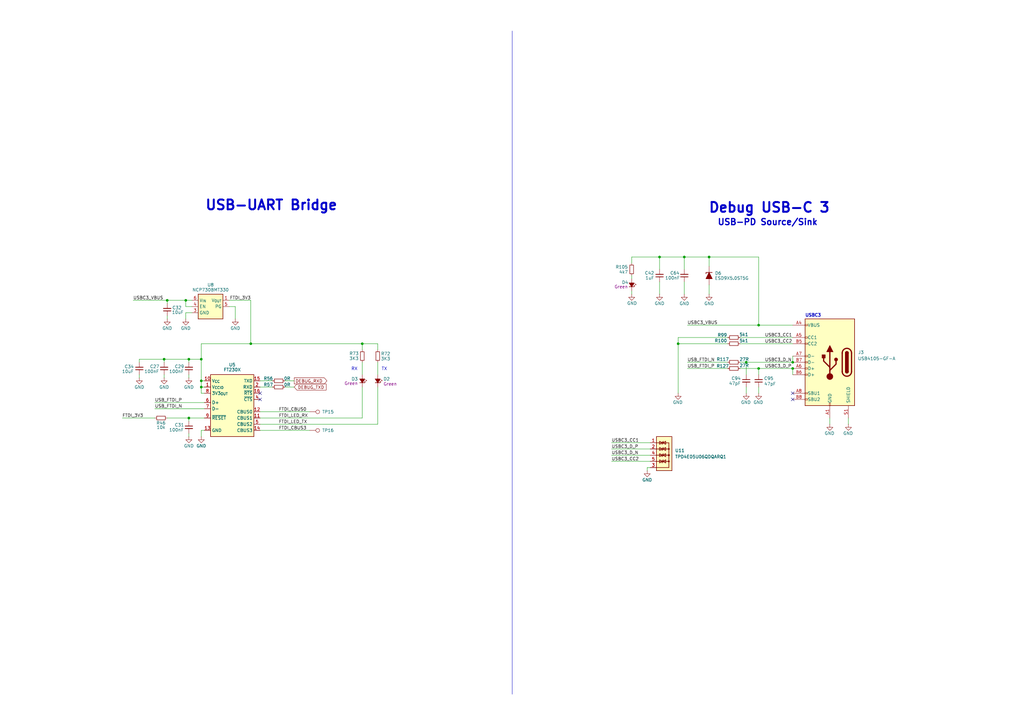
<source format=kicad_sch>
(kicad_sch (version 20231120) (generator "eeschema") (generator_version "8.0")
  (paper "A3")
  (title_block (title "Jetson Carrier Board") (date "2024-07-05") (rev "v1") (company "Argus-1 Cubesat") (comment 1 "www.antmicro.com") (comment 2 "N. Khera"))
  (lib_symbols
    (symbol "Connector:TestPoint" (pin_numbers hide) (pin_names (offset 0.762) hide)
      (property "Reference" "TP" (at 0 6.858 0))
      (property "Value" "TestPoint" (at 0 5.08 0))
      (symbol "TestPoint_1_1"
        (pin passive line (at 0 0 90) (length 2.54) (name "1") (number "1"))
      )
    )
    (symbol "Connector:USB_C_Receptacle_USB2.0_16P" (pin_names (offset 1.016))
      (property "Reference" "J" (at 0 22.225 0))
      (property "Value" "USB_C_Receptacle_USB2.0_16P" (at 0 19.685 0))
      (symbol "USB_C_Receptacle_USB2.0_16P_1_1"
        (pin passive line (at 0 -22.86 90) (length 5.08) (name "GND") (number "A1"))
        (pin passive line (at 0 -22.86 90) (length 5.08) hide (name "GND") (number "A12"))
        (pin passive line (at 15.24 15.24 180) (length 5.08) (name "VBUS") (number "A4"))
        (pin bidirectional line (at 15.24 10.16 180) (length 5.08) (name "CC1") (number "A5"))
        (pin bidirectional line (at 15.24 -2.54 180) (length 5.08) (name "D+") (number "A6"))
        (pin bidirectional line (at 15.24 2.54 180) (length 5.08) (name "D-") (number "A7"))
        (pin bidirectional line (at 15.24 -12.7 180) (length 5.08) (name "SBU1") (number "A8"))
        (pin passive line (at 15.24 15.24 180) (length 5.08) hide (name "VBUS") (number "A9"))
        (pin passive line (at 0 -22.86 90) (length 5.08) hide (name "GND") (number "B1"))
        (pin passive line (at 0 -22.86 90) (length 5.08) hide (name "GND") (number "B12"))
        (pin passive line (at 15.24 15.24 180) (length 5.08) hide (name "VBUS") (number "B4"))
        (pin bidirectional line (at 15.24 7.62 180) (length 5.08) (name "CC2") (number "B5"))
        (pin bidirectional line (at 15.24 -5.08 180) (length 5.08) (name "D+") (number "B6"))
        (pin bidirectional line (at 15.24 0 180) (length 5.08) (name "D-") (number "B7"))
        (pin bidirectional line (at 15.24 -15.24 180) (length 5.08) (name "SBU2") (number "B8"))
        (pin passive line (at 15.24 15.24 180) (length 5.08) hide (name "VBUS") (number "B9"))
        (pin passive line (at -7.62 -22.86 90) (length 5.08) (name "SHIELD") (number "S1"))
      )
    )
    (symbol "Device:C_Small" (pin_numbers hide) (pin_names (offset 0.254) hide)
      (property "Reference" "C" (at 0.254 1.778 0))
      (property "Value" "C_Small" (at 0.254 -2.032 0))
      (symbol "C_Small_1_1"
        (pin passive line (at 0 2.54 270) (length 2.032) (name "~") (number "1"))
        (pin passive line (at 0 -2.54 90) (length 2.032) (name "~") (number "2"))
      )
    )
    (symbol "Device:D_Zener_Filled" (pin_numbers hide) (pin_names (offset 1.016) hide)
      (property "Reference" "D" (at 0 2.54 0))
      (property "Value" "D_Zener_Filled" (at 0 -2.54 0))
      (symbol "D_Zener_Filled_1_1"
        (pin passive line (at -3.81 0 0) (length 2.54) (name "K") (number "1"))
        (pin passive line (at 3.81 0 180) (length 2.54) (name "A") (number "2"))
      )
    )
    (symbol "Device:LED_Small_Filled" (pin_numbers hide) (pin_names (offset 0.254) hide)
      (property "Reference" "D" (at -1.27 3.175 0))
      (property "Value" "LED_Small_Filled" (at -4.445 -2.54 0))
      (symbol "LED_Small_Filled_1_1"
        (pin passive line (at -2.54 0 0) (length 1.778) (name "K") (number "1"))
        (pin passive line (at 2.54 0 180) (length 1.778) (name "A") (number "2"))
      )
    )
    (symbol "Device:R_Small" (pin_numbers hide) (pin_names (offset 0.254) hide)
      (property "Reference" "R" (at 0.762 0.508 0))
      (property "Value" "R_Small" (at 0.762 -1.016 0))
      (symbol "R_Small_1_1"
        (pin passive line (at 0 2.54 270) (length 0.762) (name "~") (number "1"))
        (pin passive line (at 0 -2.54 90) (length 0.762) (name "~") (number "2"))
      )
    )
    (symbol "JetsonCarrier:FT230XQ"
      (property "Reference" "U5" (at 11.43 6.604 0))
      (property "Value" "FT230X" (at 11.43 4.572 0))
      (symbol "FT230XQ_1_1"
        (pin power_in line (at 0 -2.54 0) (length 2.54) (name "V_{CCIO}") (number "1"))
        (pin power_in line (at 0 0 0) (length 2.54) (name "V_{CC}") (number "10"))
        (pin bidirectional line (at 22.86 -15.24 180) (length 2.54) (name "CBUS1") (number "11"))
        (pin bidirectional line (at 22.86 -12.7 180) (length 2.54) (name "CBUS0") (number "12"))
        (pin power_in line (at 0 -20.32 0) (length 2.54) (name "GND") (number "13"))
        (pin bidirectional line (at 22.86 -20.32 180) (length 2.54) (name "CBUS3") (number "14"))
        (pin output line (at 22.86 0 180) (length 2.54) (name "TXD") (number "15"))
        (pin output line (at 22.86 -5.08 180) (length 2.54) (name "~{RTS}") (number "16"))
        (pin passive line (at 0 -20.32 0) (length 2.54) hide (name "GND") (number "17"))
        (pin input line (at 22.86 -2.54 180) (length 2.54) (name "RXD") (number "2"))
        (pin passive line (at 0 -20.32 0) (length 2.54) hide (name "GND") (number "3"))
        (pin input line (at 22.86 -7.62 180) (length 2.54) (name "~{CTS}") (number "4"))
        (pin bidirectional line (at 22.86 -17.78 180) (length 2.54) (name "CBUS2") (number "5"))
        (pin input line (at 0 -8.89 0) (length 2.54) (name "D+") (number "6"))
        (pin input line (at 0 -11.43 0) (length 2.54) (name "D-") (number "7"))
        (pin passive line (at 0 -5.08 0) (length 2.54) (name "3V3_{OUT}") (number "8"))
        (pin input line (at 0 -15.24 0) (length 2.54) (name "~{RESET}") (number "9"))
      )
    )
    (symbol "JetsonCarrier:NCP730BMT330"
      (property "Reference" "U8" (at 7.62 7.62 0))
      (property "MPN" "NCP730BMT330TBG" (at 7.62 5.08 0))
      (symbol "NCP730BMT330_1_1"
        (pin power_out line (at 15.24 0 180) (length 2.54) (name "V_{OUT}") (number "1"))
        (pin no_connect line (at 12.7 -5.08 180) (length 2.54) hide (name "NC") (number "2"))
        (pin power_in line (at 0 -5.08 0) (length 2.54) (name "GND") (number "3"))
        (pin input line (at 0 -2.54 0) (length 2.54) (name "EN") (number "4"))
        (pin open_collector line (at 15.24 -2.54 180) (length 2.54) (name "PG") (number "5"))
        (pin power_in line (at 0 0 0) (length 2.54) (name "V_{IN}") (number "6"))
        (pin passive line (at 0 -5.08 0) (length 2.54) hide (name "GND") (number "7"))
      )
    )
    (symbol "JetsonCarrier:TPD4E05U06QDQARQ1"
      (property "Reference" "U11" (at 10.795 -3.175 0))
      (property "Value" "TPD4E05U06QDQARQ1" (at 10.795 -5.715 0))
      (symbol "TPD4E05U06QDQARQ1_1_1"
        (pin passive line (at 0 0 0) (length 2.54) (name "~") (number "1"))
        (pin passive line (at 0 0 0) (length 2.54) hide (name "~") (number "10"))
        (pin passive line (at 0 -2.54 0) (length 2.54) (name "~") (number "2"))
        (pin power_in line (at 0 -10.16 0) (length 2.54) (name "~") (number "3"))
        (pin passive line (at 0 -5.08 0) (length 2.54) (name "~") (number "4"))
        (pin passive line (at 0 -7.62 0) (length 2.54) (name "~") (number "5"))
        (pin passive line (at 0 -7.62 0) (length 2.54) hide (name "~") (number "6"))
        (pin passive line (at 0 -5.08 0) (length 2.54) hide (name "~") (number "7"))
        (pin passive line (at 0 -10.16 0) (length 2.54) hide (name "~") (number "8"))
        (pin passive line (at 0 -2.54 0) (length 2.54) hide (name "~") (number "9"))
      )
    )
    (symbol "jetson-orin-baseboard:4x0R_0201_array_1" (pin_names (offset 1.016))
      (property "Reference" "R" (at -5.08 13.97 0))
      (property "Val" "4x0R_0201" (at 0 0 0))
      (symbol "4x0R_0201_array_1_1_1"
        (pin passive line (at -5.08 10.16 0) (length 1.27) (name "~") (number "1"))
        (pin passive line (at -5.08 7.62 0) (length 1.27) (name "~") (number "2"))
        (pin passive line (at -5.08 5.08 0) (length 1.27) (name "~") (number "3"))
        (pin passive line (at -5.08 2.54 0) (length 1.27) (name "~") (number "4"))
        (pin passive line (at 3.81 2.54 180) (length 1.27) (name "~") (number "5"))
        (pin passive line (at 3.81 5.08 180) (length 1.27) (name "~") (number "6"))
        (pin passive line (at 3.81 7.62 180) (length 1.27) (name "~") (number "7"))
        (pin passive line (at 3.81 10.16 180) (length 1.27) (name "~") (number "8"))
      )
    )
    (symbol "jetson-orin-baseboard:4x0R_0201_array_2" (pin_names (offset 1.016))
      (property "Reference" "R" (at -5.08 13.97 0))
      (property "Val" "4x0R_0201" (at 0 0 0))
      (symbol "4x0R_0201_array_2_1_1"
        (pin passive line (at -5.08 10.16 0) (length 1.27) (name "~") (number "1"))
        (pin passive line (at -5.08 7.62 0) (length 1.27) (name "~") (number "2"))
        (pin passive line (at -5.08 5.08 0) (length 1.27) (name "~") (number "3"))
        (pin passive line (at -5.08 2.54 0) (length 1.27) (name "~") (number "4"))
        (pin passive line (at 3.81 2.54 180) (length 1.27) (name "~") (number "5"))
        (pin passive line (at 3.81 5.08 180) (length 1.27) (name "~") (number "6"))
        (pin passive line (at 3.81 7.62 180) (length 1.27) (name "~") (number "7"))
        (pin passive line (at 3.81 10.16 180) (length 1.27) (name "~") (number "8"))
      )
    )
    (symbol "jetson-orin-baseboard:AP22615_1"
      (property "Reference" "U" (at 0 8.89 0))
      (property "Value" "AP22615_1" (at 0 6.35 0))
      (symbol "AP22615_1_1_1"
        (pin power_out line (at 7.62 2.54 180) (length 2.54) (name "OUT") (number "1"))
        (pin power_in line (at 7.62 -2.54 180) (length 2.54) (name "GND") (number "2"))
        (pin output line (at -7.62 0 0) (length 2.54) (name "FLG") (number "3"))
        (pin input line (at -7.62 -2.54 0) (length 2.54) (name "EN") (number "4"))
        (pin passive line (at 7.62 0 180) (length 2.54) (name "ISET") (number "5"))
        (pin power_in line (at -7.62 2.54 0) (length 2.54) (name "IN") (number "6"))
      )
    )
    (symbol "jetson-orin-baseboard:GND_10" (power) (pin_numbers hide) (pin_names hide)
      (property "Reference" "#PWR" (at 8.89 -2.54 0))
      (symbol "GND_10_1_1"
        (pin power_in line (at 0 0 270) (length 0) (name "GND") (number "1"))
      )
    )
    (symbol "jetson-orin-baseboard:GND_11" (power) (pin_numbers hide) (pin_names hide)
      (property "Reference" "#PWR" (at 8.89 -2.54 0))
      (symbol "GND_11_1_1"
        (pin power_in line (at 0 0 270) (length 0) (name "GND") (number "1"))
      )
    )
    (symbol "jetson-orin-baseboard:GND_12" (power) (pin_numbers hide) (pin_names hide)
      (property "Reference" "#PWR" (at 8.89 -2.54 0))
      (symbol "GND_12_1_1"
        (pin power_in line (at 0 0 270) (length 0) (name "GND") (number "1"))
      )
    )
    (symbol "jetson-orin-baseboard:GND_13" (power) (pin_numbers hide) (pin_names hide)
      (property "Reference" "#PWR" (at 8.89 -2.54 0))
      (symbol "GND_13_1_1"
        (pin power_in line (at 0 0 270) (length 0) (name "GND") (number "1"))
      )
    )
    (symbol "jetson-orin-baseboard:GND_14" (power) (pin_numbers hide) (pin_names hide)
      (property "Reference" "#PWR" (at 8.89 -2.54 0))
      (symbol "GND_14_1_1"
        (pin power_in line (at 0 0 270) (length 0) (name "GND") (number "1"))
      )
    )
    (symbol "jetson-orin-baseboard:GND_15" (power) (pin_numbers hide) (pin_names hide)
      (property "Reference" "#PWR" (at 8.89 -2.54 0))
      (symbol "GND_15_1_1"
        (pin power_in line (at 0 0 270) (length 0) (name "GND") (number "1"))
      )
    )
    (symbol "jetson-orin-baseboard:GND_16" (power) (pin_numbers hide) (pin_names hide)
      (property "Reference" "#PWR" (at 8.89 -2.54 0))
      (symbol "GND_16_1_1"
        (pin power_in line (at 0 0 270) (length 0) (name "GND") (number "1"))
      )
    )
    (symbol "jetson-orin-baseboard:GND_17" (power) (pin_numbers hide) (pin_names hide)
      (property "Reference" "#PWR" (at 8.89 -2.54 0))
      (symbol "GND_17_1_1"
        (pin power_in line (at 0 0 270) (length 0) (name "GND") (number "1"))
      )
    )
    (symbol "jetson-orin-baseboard:GND_18" (power) (pin_numbers hide) (pin_names hide)
      (property "Reference" "#PWR" (at 8.89 -2.54 0))
      (symbol "GND_18_1_1"
        (pin power_in line (at 0 0 270) (length 0) (name "GND") (number "1"))
      )
    )
    (symbol "jetson-orin-baseboard:GND_19" (power) (pin_numbers hide) (pin_names hide)
      (property "Reference" "#PWR" (at 8.89 -2.54 0))
      (symbol "GND_19_1_1"
        (pin power_in line (at 0 0 270) (length 0) (name "GND") (number "1"))
      )
    )
    (symbol "jetson-orin-baseboard:GND_20" (power) (pin_numbers hide) (pin_names hide)
      (property "Reference" "#PWR" (at 8.89 -2.54 0))
      (symbol "GND_20_1_1"
        (pin power_in line (at 0 0 270) (length 0) (name "GND") (number "1"))
      )
    )
    (symbol "jetson-orin-baseboard:GND_21" (power) (pin_numbers hide) (pin_names hide)
      (property "Reference" "#PWR" (at 8.89 -2.54 0))
      (symbol "GND_21_1_1"
        (pin power_in line (at 0 0 270) (length 0) (name "GND") (number "1"))
      )
    )
    (symbol "jetson-orin-baseboard:GND_22" (power) (pin_numbers hide) (pin_names hide)
      (property "Reference" "#PWR" (at 8.89 -2.54 0))
      (symbol "GND_22_1_1"
        (pin power_in line (at 0 0 270) (length 0) (name "GND") (number "1"))
      )
    )
    (symbol "jetson-orin-baseboard:GND_23" (power) (pin_numbers hide) (pin_names hide)
      (property "Reference" "#PWR" (at 8.89 -2.54 0))
      (symbol "GND_23_1_1"
        (pin power_in line (at 0 0 270) (length 0) (name "GND") (number "1"))
      )
    )
    (symbol "jetson-orin-baseboard:GND_24" (power) (pin_numbers hide) (pin_names hide)
      (property "Reference" "#PWR" (at 8.89 -2.54 0))
      (symbol "GND_24_1_1"
        (pin power_in line (at 0 0 270) (length 0) (name "GND") (number "1"))
      )
    )
    (symbol "jetson-orin-baseboard:GND_25" (power) (pin_numbers hide) (pin_names hide)
      (property "Reference" "#PWR" (at 8.89 -2.54 0))
      (symbol "GND_25_1_1"
        (pin power_in line (at 0 0 270) (length 0) (name "GND") (number "1"))
      )
    )
    (symbol "jetson-orin-baseboard:GND_26" (power) (pin_numbers hide) (pin_names hide)
      (property "Reference" "#PWR" (at 8.89 -2.54 0))
      (symbol "GND_26_1_1"
        (pin power_in line (at 0 0 270) (length 0) (name "GND") (number "1"))
      )
    )
    (symbol "jetson-orin-baseboard:GND_27" (power) (pin_numbers hide) (pin_names hide)
      (property "Reference" "#PWR" (at 8.89 -2.54 0))
      (symbol "GND_27_1_1"
        (pin power_in line (at 0 0 270) (length 0) (name "GND") (number "1"))
      )
    )
    (symbol "jetson-orin-baseboard:GND_28" (power) (pin_numbers hide) (pin_names hide)
      (property "Reference" "#PWR" (at 8.89 -2.54 0))
      (symbol "GND_28_1_1"
        (pin power_in line (at 0 0 270) (length 0) (name "GND") (number "1"))
      )
    )
    (symbol "jetson-orin-baseboard:GND_29" (power) (pin_numbers hide) (pin_names hide)
      (property "Reference" "#PWR" (at 8.89 -2.54 0))
      (symbol "GND_29_1_1"
        (pin power_in line (at 0 0 270) (length 0) (name "GND") (number "1"))
      )
    )
    (symbol "jetson-orin-baseboard:GND_30" (power) (pin_numbers hide) (pin_names hide)
      (property "Reference" "#PWR" (at 8.89 -2.54 0))
      (symbol "GND_30_1_1"
        (pin power_in line (at 0 0 270) (length 0) (name "GND") (number "1"))
      )
    )
    (symbol "jetson-orin-baseboard:GND_31" (power) (pin_numbers hide) (pin_names hide)
      (property "Reference" "#PWR" (at 8.89 -2.54 0))
      (symbol "GND_31_1_1"
        (pin power_in line (at 0 0 270) (length 0) (name "GND") (number "1"))
      )
    )
    (symbol "jetson-orin-baseboard:GND_32" (power) (pin_numbers hide) (pin_names hide)
      (property "Reference" "#PWR" (at 8.89 -2.54 0))
      (symbol "GND_32_1_1"
        (pin power_in line (at 0 0 270) (length 0) (name "GND") (number "1"))
      )
    )
    (symbol "jetson-orin-baseboard:GND_33" (power) (pin_numbers hide) (pin_names hide)
      (property "Reference" "#PWR" (at 8.89 -2.54 0))
      (symbol "GND_33_1_1"
        (pin power_in line (at 0 0 270) (length 0) (name "GND") (number "1"))
      )
    )
    (symbol "jetson-orin-baseboard:GND_34" (power) (pin_numbers hide) (pin_names hide)
      (property "Reference" "#PWR" (at 8.89 -2.54 0))
      (symbol "GND_34_1_1"
        (pin power_in line (at 0 0 270) (length 0) (name "GND") (number "1"))
      )
    )
    (symbol "jetson-orin-baseboard:GND_35" (power) (pin_numbers hide) (pin_names hide)
      (property "Reference" "#PWR" (at 8.89 -2.54 0))
      (symbol "GND_35_1_1"
        (pin power_in line (at 0 0 270) (length 0) (name "GND") (number "1"))
      )
    )
    (symbol "jetson-orin-baseboard:GND_36" (power) (pin_numbers hide) (pin_names hide)
      (property "Reference" "#PWR" (at 8.89 -2.54 0))
      (symbol "GND_36_1_1"
        (pin power_in line (at 0 0 270) (length 0) (name "GND") (number "1"))
      )
    )
    (symbol "jetson-orin-baseboard:GND_37" (power) (pin_numbers hide) (pin_names hide)
      (property "Reference" "#PWR" (at 8.89 -2.54 0))
      (symbol "GND_37_1_1"
        (pin power_in line (at 0 0 270) (length 0) (name "GND") (number "1"))
      )
    )
    (symbol "jetson-orin-baseboard:GND_38" (power) (pin_numbers hide) (pin_names hide)
      (property "Reference" "#PWR" (at 8.89 -2.54 0))
      (symbol "GND_38_1_1"
        (pin power_in line (at 0 0 270) (length 0) (name "GND") (number "1"))
      )
    )
    (symbol "jetson-orin-baseboard:GND_39" (power) (pin_numbers hide) (pin_names hide)
      (property "Reference" "#PWR" (at 8.89 -2.54 0))
      (symbol "GND_39_1_1"
        (pin power_in line (at 0 0 270) (length 0) (name "GND") (number "1"))
      )
    )
    (symbol "jetson-orin-baseboard:GND_40" (power) (pin_numbers hide) (pin_names hide)
      (property "Reference" "#PWR" (at 8.89 -2.54 0))
      (symbol "GND_40_1_1"
        (pin power_in line (at 0 0 270) (length 0) (name "GND") (number "1"))
      )
    )
    (symbol "jetson-orin-baseboard:GND_41" (power) (pin_numbers hide) (pin_names hide)
      (property "Reference" "#PWR" (at 8.89 -2.54 0))
      (symbol "GND_41_1_1"
        (pin power_in line (at 0 0 270) (length 0) (name "GND") (number "1"))
      )
    )
    (symbol "jetson-orin-baseboard:GND_42" (power) (pin_numbers hide) (pin_names hide)
      (property "Reference" "#PWR" (at 8.89 -2.54 0))
      (symbol "GND_42_1_1"
        (pin power_in line (at 0 0 270) (length 0) (name "GND") (number "1"))
      )
    )
    (symbol "jetson-orin-baseboard:GND_43" (power) (pin_numbers hide) (pin_names hide)
      (property "Reference" "#PWR" (at 8.89 -2.54 0))
      (symbol "GND_43_1_1"
        (pin power_in line (at 0 0 270) (length 0) (name "GND") (number "1"))
      )
    )
    (symbol "jetson-orin-baseboard:GND_44" (power) (pin_numbers hide) (pin_names hide)
      (property "Reference" "#PWR" (at 8.89 -2.54 0))
      (symbol "GND_44_1_1"
        (pin power_in line (at 0 0 270) (length 0) (name "GND") (number "1"))
      )
    )
    (symbol "jetson-orin-baseboard:GND_45" (power) (pin_numbers hide) (pin_names hide)
      (property "Reference" "#PWR" (at 8.89 -2.54 0))
      (symbol "GND_45_1_1"
        (pin power_in line (at 0 0 270) (length 0) (name "GND") (number "1"))
      )
    )
    (symbol "jetson-orin-baseboard:GND_46" (power) (pin_numbers hide) (pin_names hide)
      (property "Reference" "#PWR" (at 8.89 -2.54 0))
      (symbol "GND_46_1_1"
        (pin power_in line (at 0 0 270) (length 0) (name "GND") (number "1"))
      )
    )
    (symbol "jetson-orin-baseboard:GND_47" (power) (pin_numbers hide) (pin_names hide)
      (property "Reference" "#PWR" (at 8.89 -2.54 0))
      (symbol "GND_47_1_1"
        (pin power_in line (at 0 0 270) (length 0) (name "GND") (number "1"))
      )
    )
    (symbol "jetson-orin-baseboard:GND_48" (power) (pin_numbers hide) (pin_names hide)
      (property "Reference" "#PWR" (at 8.89 -2.54 0))
      (symbol "GND_48_1_1"
        (pin power_in line (at 0 0 270) (length 0) (name "GND") (number "1"))
      )
    )
    (symbol "jetson-orin-baseboard:GND_49" (power) (pin_numbers hide) (pin_names hide)
      (property "Reference" "#PWR" (at 8.89 -2.54 0))
      (symbol "GND_49_1_1"
        (pin power_in line (at 0 0 270) (length 0) (name "GND") (number "1"))
      )
    )
    (symbol "jetson-orin-baseboard:GND_50" (power) (pin_numbers hide) (pin_names hide)
      (property "Reference" "#PWR" (at 8.89 -2.54 0))
      (symbol "GND_50_1_1"
        (pin power_in line (at 0 0 270) (length 0) (name "GND") (number "1"))
      )
    )
    (symbol "jetson-orin-baseboard:GND_51" (power) (pin_numbers hide) (pin_names hide)
      (property "Reference" "#PWR" (at 8.89 -2.54 0))
      (symbol "GND_51_1_1"
        (pin power_in line (at 0 0 270) (length 0) (name "GND") (number "1"))
      )
    )
    (symbol "jetson-orin-baseboard:GND_52" (power) (pin_numbers hide) (pin_names hide)
      (property "Reference" "#PWR" (at 8.89 -2.54 0))
      (symbol "GND_52_1_1"
        (pin power_in line (at 0 0 270) (length 0) (name "GND") (number "1"))
      )
    )
    (symbol "jetson-orin-baseboard:GND_53" (power) (pin_numbers hide) (pin_names hide)
      (property "Reference" "#PWR" (at 8.89 -2.54 0))
      (symbol "GND_53_1_1"
        (pin power_in line (at 0 0 270) (length 0) (name "GND") (number "1"))
      )
    )
    (symbol "jetson-orin-baseboard:GND_54" (power) (pin_numbers hide) (pin_names hide)
      (property "Reference" "#PWR" (at 8.89 -2.54 0))
      (symbol "GND_54_1_1"
        (pin power_in line (at 0 0 270) (length 0) (name "GND") (number "1"))
      )
    )
    (symbol "jetson-orin-baseboard:GND_55" (power) (pin_numbers hide) (pin_names hide)
      (property "Reference" "#PWR" (at 8.89 -2.54 0))
      (symbol "GND_55_1_1"
        (pin power_in line (at 0 0 270) (length 0) (name "GND") (number "1"))
      )
    )
    (symbol "jetson-orin-baseboard:GND_56" (power) (pin_numbers hide) (pin_names hide)
      (property "Reference" "#PWR" (at 8.89 -2.54 0))
      (symbol "GND_56_1_1"
        (pin power_in line (at 0 0 270) (length 0) (name "GND") (number "1"))
      )
    )
    (symbol "jetson-orin-baseboard:TPD4E05U06QDQARQ1_1" (pin_names (offset 0.9906))
      (property "Reference" "U" (at 1.27 8.89 0))
      (property "Manufacturer" "Texas Instruments" (at 8.89 16.51 0))
      (property "MPN" "TPD4E05U06QDQARQ1" (at 7.62 13.97 0))
      (symbol "TPD4E05U06QDQARQ1_1_1_1"
        (pin passive line (at -1.27 5.08 0) (length 2.54) (name "IO1") (number "1"))
        (pin passive line (at -1.27 5.08 0) (length 2.54) hide (name "IO1") (number "10"))
        (pin passive line (at -1.27 2.54 0) (length 2.54) (name "IO2") (number "2"))
        (pin passive line (at -1.27 -5.08 0) (length 2.54) (name "GND") (number "3"))
        (pin passive line (at -1.27 0 0) (length 2.54) (name "IO3") (number "4"))
        (pin passive line (at -1.27 -2.54 0) (length 2.54) (name "IO4") (number "5"))
        (pin passive line (at -1.27 -2.54 0) (length 2.54) hide (name "IO4") (number "6"))
        (pin passive line (at -1.27 0 0) (length 2.54) hide (name "IO3") (number "7"))
        (pin passive line (at -1.27 -5.08 0) (length 2.54) hide (name "GND") (number "8"))
        (pin passive line (at -1.27 2.54 0) (length 2.54) hide (name "IO2") (number "9"))
      )
    )
    (symbol "jetson-orin-baseboard:TPD4E05U06QDQARQ1_2" (pin_names (offset 0.9906))
      (property "Reference" "U" (at 1.27 8.89 0))
      (property "Manufacturer" "Texas Instruments" (at 8.89 16.51 0))
      (property "MPN" "TPD4E05U06QDQARQ1" (at 7.62 13.97 0))
      (symbol "TPD4E05U06QDQARQ1_2_1_1"
        (pin passive line (at -1.27 5.08 0) (length 2.54) (name "IO1") (number "1"))
        (pin passive line (at -1.27 5.08 0) (length 2.54) hide (name "IO1") (number "10"))
        (pin passive line (at -1.27 2.54 0) (length 2.54) (name "IO2") (number "2"))
        (pin passive line (at -1.27 -5.08 0) (length 2.54) (name "GND") (number "3"))
        (pin passive line (at -1.27 0 0) (length 2.54) (name "IO3") (number "4"))
        (pin passive line (at -1.27 -2.54 0) (length 2.54) (name "IO4") (number "5"))
        (pin passive line (at -1.27 -2.54 0) (length 2.54) hide (name "IO4") (number "6"))
        (pin passive line (at -1.27 0 0) (length 2.54) hide (name "IO3") (number "7"))
        (pin passive line (at -1.27 -5.08 0) (length 2.54) hide (name "GND") (number "8"))
        (pin passive line (at -1.27 2.54 0) (length 2.54) hide (name "IO2") (number "9"))
      )
    )
    (symbol "jetson-orin-baseboard:TPD4E05U06QDQARQ1_3" (pin_names (offset 0.9906))
      (property "Reference" "U" (at 1.27 8.89 0))
      (property "Manufacturer" "Texas Instruments" (at 8.89 16.51 0))
      (property "MPN" "TPD4E05U06QDQARQ1" (at 7.62 13.97 0))
      (symbol "TPD4E05U06QDQARQ1_3_1_1"
        (pin passive line (at -1.27 5.08 0) (length 2.54) (name "IO1") (number "1"))
        (pin passive line (at -1.27 5.08 0) (length 2.54) hide (name "IO1") (number "10"))
        (pin passive line (at -1.27 2.54 0) (length 2.54) (name "IO2") (number "2"))
        (pin passive line (at -1.27 -5.08 0) (length 2.54) (name "GND") (number "3"))
        (pin passive line (at -1.27 0 0) (length 2.54) (name "IO3") (number "4"))
        (pin passive line (at -1.27 -2.54 0) (length 2.54) (name "IO4") (number "5"))
        (pin passive line (at -1.27 -2.54 0) (length 2.54) hide (name "IO4") (number "6"))
        (pin passive line (at -1.27 0 0) (length 2.54) hide (name "IO3") (number "7"))
        (pin passive line (at -1.27 -5.08 0) (length 2.54) hide (name "GND") (number "8"))
        (pin passive line (at -1.27 2.54 0) (length 2.54) hide (name "IO2") (number "9"))
      )
    )
    (symbol "jetson-orin-baseboard:TPD4E05U06QDQARQ1_4" (pin_names (offset 0.9906))
      (property "Reference" "U" (at 1.27 8.89 0))
      (property "Manufacturer" "Texas Instruments" (at 8.89 16.51 0))
      (property "MPN" "TPD4E05U06QDQARQ1" (at 7.62 13.97 0))
      (symbol "TPD4E05U06QDQARQ1_4_1_1"
        (pin passive line (at -1.27 5.08 0) (length 2.54) (name "IO1") (number "1"))
        (pin passive line (at -1.27 5.08 0) (length 2.54) hide (name "IO1") (number "10"))
        (pin passive line (at -1.27 2.54 0) (length 2.54) (name "IO2") (number "2"))
        (pin passive line (at -1.27 -5.08 0) (length 2.54) (name "GND") (number "3"))
        (pin passive line (at -1.27 0 0) (length 2.54) (name "IO3") (number "4"))
        (pin passive line (at -1.27 -2.54 0) (length 2.54) (name "IO4") (number "5"))
        (pin passive line (at -1.27 -2.54 0) (length 2.54) hide (name "IO4") (number "6"))
        (pin passive line (at -1.27 0 0) (length 2.54) hide (name "IO3") (number "7"))
        (pin passive line (at -1.27 -5.08 0) (length 2.54) hide (name "GND") (number "8"))
        (pin passive line (at -1.27 2.54 0) (length 2.54) hide (name "IO2") (number "9"))
      )
    )
    (symbol "jetson-orin-baseboard:TP_0.75mm_SMD_10" (pin_numbers hide) (pin_names hide)
      (property "Reference" "TP" (at 17.78 -5.08 0))
      (symbol "TP_0.75mm_SMD_10_1_1"
        (pin passive line (at 0 0 0) (length 2.54) (name "1") (number "1"))
      )
    )
    (symbol "power:GND" (power) (pin_numbers hide) (pin_names (offset 0) hide)
      (property "Value" "GND" (at 0 -3.81 0))
      (symbol "GND_1_1"
        (pin power_in line (at 0 0 270) (length 0) (name "~") (number "1"))
      )
    )
  )
  (junction (at 82.55 147.32))
  (junction (at 77.47 171.45))
  (junction (at 280.67 105.41))
  (junction (at 102.87 140.97))
  (junction (at 325.12 148.59))
  (junction (at 311.15 133.35))
  (junction (at 82.55 158.75))
  (junction (at 270.51 105.41))
  (junction (at 325.12 151.13))
  (junction (at 68.58 123.19))
  (junction (at 82.55 156.21))
  (junction (at 311.15 151.13))
  (junction (at 306.07 148.59))
  (junction (at 290.83 105.41))
  (junction (at 148.59 140.97))
  (junction (at 278.13 140.97))
  (junction (at 67.31 147.32))
  (junction (at 77.47 147.32))
  (junction (at 76.2 123.19))
  (no_connect (at 106.68 161.29))
  (no_connect (at 106.68 163.83))
  (no_connect (at 325.12 161.29))
  (no_connect (at 325.12 163.83))
  (wire (pts (xy 270.51 105.41) (xy 259.08 105.41)))
  (wire (pts (xy 76.2 128.27) (xy 78.74 128.27)))
  (wire (pts (xy 278.13 140.97) (xy 278.13 161.29)))
  (wire (pts (xy 68.58 129.54) (xy 68.58 130.81)))
  (wire (pts (xy 82.55 156.21) (xy 83.82 156.21)))
  (wire (pts (xy 78.74 125.73) (xy 76.2 125.73)))
  (wire (pts (xy 265.43 191.77) (xy 265.43 193.04)))
  (wire (pts (xy 102.87 140.97) (xy 82.55 140.97)))
  (wire (pts (xy 250.825 181.61) (xy 266.7 181.61)))
  (wire (pts (xy 68.58 123.19) (xy 76.2 123.19)))
  (wire (pts (xy 57.15 147.32) (xy 57.15 148.59)))
  (wire (pts (xy 106.68 171.45) (xy 148.59 171.45)))
  (wire (pts (xy 82.55 161.29) (xy 82.55 158.75)))
  (wire (pts (xy 96.52 125.73) (xy 93.98 125.73)))
  (wire (pts (xy 67.31 147.32) (xy 57.15 147.32)))
  (wire (pts (xy 116.84 158.75) (xy 120.65 158.75)))
  (wire (pts (xy 290.83 109.22) (xy 290.83 105.41)))
  (wire (pts (xy 148.59 140.97) (xy 148.59 143.51)))
  (wire (pts (xy 290.83 116.84) (xy 290.83 120.65)))
  (wire (pts (xy 259.08 119.38) (xy 259.08 120.65)))
  (wire (pts (xy 154.94 140.97) (xy 148.59 140.97)))
  (wire (pts (xy 67.31 147.32) (xy 77.47 147.32)))
  (wire (pts (xy 102.87 123.19) (xy 102.87 140.97)))
  (wire (pts (xy 106.68 156.21) (xy 111.76 156.21)))
  (wire (pts (xy 82.55 140.97) (xy 82.55 147.32)))
  (wire (pts (xy 76.2 125.73) (xy 76.2 123.19)))
  (wire (pts (xy 77.47 154.94) (xy 77.47 153.67)))
  (wire (pts (xy 154.94 143.51) (xy 154.94 140.97)))
  (wire (pts (xy 281.94 151.13) (xy 298.45 151.13)))
  (wire (pts (xy 102.87 140.97) (xy 148.59 140.97)))
  (wire (pts (xy 82.55 176.53) (xy 82.55 179.07)))
  (wire (pts (xy 303.53 151.13) (xy 311.15 151.13)))
  (wire (pts (xy 82.55 147.32) (xy 82.55 156.21)))
  (wire (pts (xy 278.13 138.43) (xy 298.45 138.43)))
  (wire (pts (xy 106.68 173.99) (xy 154.94 173.99)))
  (wire (pts (xy 325.12 146.05) (xy 325.12 148.59)))
  (wire (pts (xy 311.15 158.75) (xy 311.15 161.29)))
  (wire (pts (xy 148.59 148.59) (xy 148.59 153.67)))
  (wire (pts (xy 281.94 133.35) (xy 311.15 133.35)))
  (wire (pts (xy 270.51 115.57) (xy 270.51 120.65)))
  (wire (pts (xy 82.55 158.75) (xy 82.55 156.21)))
  (wire (pts (xy 67.31 154.94) (xy 67.31 153.67)))
  (wire (pts (xy 280.67 105.41) (xy 270.51 105.41)))
  (wire (pts (xy 68.58 171.45) (xy 77.47 171.45)))
  (wire (pts (xy 148.59 171.45) (xy 148.59 158.75)))
  (wire (pts (xy 76.2 123.19) (xy 78.74 123.19)))
  (wire (pts (xy 106.68 176.53) (xy 127 176.53)))
  (wire (pts (xy 57.15 153.67) (xy 57.15 154.94)))
  (wire (pts (xy 325.12 151.13) (xy 325.12 153.67)))
  (wire (pts (xy 250.825 186.69) (xy 266.7 186.69)))
  (wire (pts (xy 68.58 123.19) (xy 68.58 124.46)))
  (wire (pts (xy 77.47 171.45) (xy 77.47 172.72)))
  (wire (pts (xy 280.67 105.41) (xy 290.83 105.41)))
  (wire (pts (xy 303.53 138.43) (xy 325.12 138.43)))
  (wire (pts (xy 77.47 147.32) (xy 77.47 148.59)))
  (wire (pts (xy 303.53 148.59) (xy 306.07 148.59)))
  (wire (pts (xy 259.08 113.03) (xy 259.08 114.3)))
  (polyline (pts (xy 210.058 12.7) (xy 210.058 284.734)))
  (wire (pts (xy 54.61 123.19) (xy 68.58 123.19)))
  (wire (pts (xy 83.82 165.1) (xy 63.5 165.1)))
  (wire (pts (xy 311.15 105.41) (xy 290.83 105.41)))
  (wire (pts (xy 250.825 189.23) (xy 266.7 189.23)))
  (wire (pts (xy 259.08 107.95) (xy 259.08 105.41)))
  (wire (pts (xy 154.94 148.59) (xy 154.94 153.67)))
  (wire (pts (xy 306.07 148.59) (xy 306.07 153.67)))
  (wire (pts (xy 347.98 171.45) (xy 347.98 173.99)))
  (wire (pts (xy 77.47 177.8) (xy 77.47 179.07)))
  (wire (pts (xy 83.82 167.64) (xy 63.5 167.64)))
  (wire (pts (xy 83.82 161.29) (xy 82.55 161.29)))
  (wire (pts (xy 154.94 173.99) (xy 154.94 158.75)))
  (wire (pts (xy 280.67 105.41) (xy 280.67 110.49)))
  (wire (pts (xy 340.36 171.45) (xy 340.36 173.99)))
  (wire (pts (xy 106.68 168.91) (xy 127 168.91)))
  (wire (pts (xy 67.31 147.32) (xy 67.31 148.59)))
  (wire (pts (xy 303.53 140.97) (xy 325.12 140.97)))
  (wire (pts (xy 93.98 123.19) (xy 102.87 123.19)))
  (wire (pts (xy 311.15 151.13) (xy 311.15 153.67)))
  (wire (pts (xy 311.15 133.35) (xy 325.12 133.35)))
  (wire (pts (xy 83.82 176.53) (xy 82.55 176.53)))
  (wire (pts (xy 278.13 138.43) (xy 278.13 140.97)))
  (wire (pts (xy 96.52 130.81) (xy 96.52 125.73)))
  (wire (pts (xy 116.84 156.21) (xy 120.65 156.21)))
  (wire (pts (xy 77.47 171.45) (xy 83.82 171.45)))
  (wire (pts (xy 280.67 115.57) (xy 280.67 120.65)))
  (wire (pts (xy 76.2 128.27) (xy 76.2 130.81)))
  (wire (pts (xy 311.15 105.41) (xy 311.15 133.35)))
  (wire (pts (xy 270.51 110.49) (xy 270.51 105.41)))
  (wire (pts (xy 266.7 191.77) (xy 265.43 191.77)))
  (wire (pts (xy 306.07 148.59) (xy 325.12 148.59)))
  (wire (pts (xy 281.94 148.59) (xy 298.45 148.59)))
  (wire (pts (xy 250.825 184.15) (xy 266.7 184.15)))
  (wire (pts (xy 311.15 151.13) (xy 325.12 151.13)))
  (wire (pts (xy 306.07 158.75) (xy 306.07 161.29)))
  (wire (pts (xy 50.165 171.45) (xy 63.5 171.45)))
  (wire (pts (xy 106.68 158.75) (xy 111.76 158.75)))
  (wire (pts (xy 278.13 140.97) (xy 298.45 140.97)))
  (wire (pts (xy 82.55 147.32) (xy 77.47 147.32)))
  (wire (pts (xy 82.55 158.75) (xy 83.82 158.75)))
  (text "USB-UART Bridge" (at 138.684 86.614 0) (effects (font (size 4 4) (thickness 0.8) (bold yes)) (justify right bottom)))
  (text "TX\n" (at 156.464 152.146 0) (effects (font (size 1.27 1.27)) (justify left bottom)))
  (text "USB-PD Source/Sink" (at 335.534 92.71 0) (effects (font (size 2.5 2.5) (bold yes)) (justify right bottom)))
  (text "RX" (at 144.018 152.146 0) (effects (font (size 1.27 1.27)) (justify left bottom)))
  (text "Debug USB-C 3" (at 340.614 87.63 0) (effects (font (size 4 4) (thickness 0.8) (bold yes)) (justify right bottom)))
  (text "USBC3" (at 330.2 130.175 0) (effects (font (size 1.27 1.27) (thickness 0.254) (bold yes)) (justify left bottom)))
  (label "USB_FTDI_P" (at 63.5 165.1 0))
  (label "FTDI_3V3" (at 102.87 123.19 180))
  (label "USBC3_VBUS" (at 281.94 133.35 0))
  (label "FTDI_LED_TX" (at 114.3 173.99 0))
  (label "USB_FTDI_N" (at 63.5 167.64 0))
  (label "USBC3_CC1" (at 313.69 138.43 0))
  (label "USBC3_CC1" (at 250.825 181.61 0))
  (label "USBC3_D_P" (at 313.69 151.13 0))
  (label "USB_FTDI_P" (at 281.94 151.13 0))
  (label "FTDI_CBUS3" (at 125.73 176.53 180))
  (label "FTDI_CBUS0" (at 125.73 168.91 180))
  (label "USBC3_CC2" (at 313.69 140.97 0))
  (label "USBC3_D_N" (at 250.825 186.69 0))
  (label "USBC3_CC2" (at 250.825 189.23 0))
  (label "USBC3_D_N" (at 313.69 148.59 0))
  (label "FTDI_3V3" (at 50.165 171.45 0))
  (label "USBC3_VBUS" (at 54.61 123.19 0))
  (label "USB_FTDI_N" (at 281.94 148.59 0))
  (label "USBC3_D_P" (at 250.825 184.15 0))
  (label "FTDI_LED_RX" (at 114.3 171.45 0))
  (global_label "DEBUG_TXD" (shape input) (at 120.65 158.75 0) (property "Intersheetrefs" "${INTERSHEET_REFS}" (at 134.62 158.75 0) (effects (justify left))))
  (global_label "DEBUG_RXD" (shape output) (at 120.65 156.21 0) (property "Intersheetrefs" "${INTERSHEET_REFS}" (at 134.62 156.21 0) (effects (justify left))))
  (symbol (lib_id "Device:R_Small") (at 300.99 138.43 270) (unit 1)
    (property "Reference" "R99" (at 298.196 137.414 90) (effects (justify right)))
    (property "Value" "5k1" (at 303.276 137.922 90) (effects (justify left bottom)))
    (property "Footprint" "Resistor_SMD:R_0402_1005Metric" (effects (hide yes)))
    (property "Description" "Resistor, small symbol" (effects (hide yes)))
    (property "Manufacturer" "Bourns" (effects (hide yes)))
    (property "License" "Apache-2.0" (effects (hide yes)))
    (property "Author" "Antmicro" (effects (hide yes)))
    (property "Tolerance" "1%" (effects (hide yes)))
  )
  (symbol (lib_id "Device:R_Small") (at 114.3 156.21 90) (mirror x) (unit 1)
    (property "Reference" "R56" (at 112.014 155.956 90) (effects (justify left bottom)))
    (property "Value" "0R" (at 119.126 155.956 90) (effects (justify left bottom)))
    (property "Footprint" "Resistor_SMD:R_0402_1005Metric" (effects (hide yes)))
    (property "Description" "Resistor, small symbol" (effects (hide yes)))
    (property "Manufacturer" "Panasonic" (effects (hide yes)))
    (property "MPN" "ERJ2GE0R00X" (effects (hide yes)))
    (property "Val" "0R" (effects (hide yes)))
    (property "License" "Apache-2.0" (effects (hide yes)))
    (property "Author" "Antmicro" (effects (hide yes)))
    (property "Current" "1A" (effects (hide yes)))
  )
  (symbol (lib_id "Device:C_Small") (at 306.07 156.21 0) (unit 1)
    (property "Reference" "C94" (at 299.974 155.194 0) (effects (justify left)))
    (property "Value" "47pF" (at 298.958 157.988 0) (effects (justify left bottom)))
    (property "Footprint" "Capacitor_SMD:C_0402_1005Metric" (effects (hide yes)))
    (property "Description" "Unpolarized capacitor, small symbol" (effects (hide yes)))
    (property "MPN" "C0402C470J5GACTU" (effects (hide yes)))
    (property "Manufacturer" "KEMET" (effects (hide yes)))
    (property "License" "Apache-2.0" (effects (hide yes)))
    (property "Author" "Antmicro" (effects (hide yes)))
    (property "Val" "47p" (effects (hide yes)))
    (property "Dielectric" "C0G" (effects (hide yes)))
    (property "Public" "False" (effects (hide yes)))
  )
  (symbol (lib_id "Device:C_Small") (at 57.15 151.13 180) (unit 1)
    (property "Reference" "C34" (at 51.054 150.368 0) (effects (justify right)))
    (property "Value" "10uF" (at 54.864 151.638 0) (effects (justify left bottom)))
    (property "Footprint" "Capacitor_SMD:C_0603_1608Metric" (effects (hide yes)))
    (property "Description" "Unpolarized capacitor, small symbol" (effects (hide yes)))
    (property "MPN" "CC0402MRX5R5BB106" (effects (hide yes)))
    (property "Manufacturer" "YAGEO" (effects (hide yes)))
    (property "License" "Apache-2.0" (effects (hide yes)))
    (property "Author" "Antmicro" (effects (hide yes)))
    (property "Val" "10u" (effects (hide yes)))
    (property "Public" "False" (effects (hide yes)))
  )
  (symbol (lib_id "power:GND") (at 340.36 173.99 0) (mirror y) (unit 1)
    (property "Reference" "#PWR092" (effects (hide yes)))
    (property "Value" "GND" (at 342.265 178.435 0) (effects (justify left bottom)))
    (property "Description" "Power symbol creates a global label with name \"GND\" , ground" (effects (hide yes)))
    (property "Author" "Antmicro" (effects (hide yes)))
    (property "License" "Apache-2.0" (effects (hide yes)))
  )
  (symbol (lib_id "power:GND") (at 280.67 120.65 0) (unit 1)
    (property "Reference" "#PWR0279" (effects (hide yes)))
    (property "Value" "GND" (at 278.638 125.222 0) (effects (justify left bottom)))
    (property "Description" "Power symbol creates a global label with name \"GND\" , ground" (effects (hide yes)))
    (property "Author" "Antmicro" (effects (hide yes)))
    (property "License" "Apache-2.0" (effects (hide yes)))
  )
  (symbol (lib_id "Device:D_Zener_Filled") (at 290.83 113.03 90) (mirror x) (unit 1)
    (property "Reference" "D6" (at 295.91 112.776 90) (effects (justify left bottom)))
    (property "Value" "ESD9X5.0ST5G" (at 307.086 114.808 90) (effects (justify left bottom)))
    (property "Footprint" "Diode_SMD:D_SOD-923" (effects (hide yes)))
    (property "Description" "Zener diode, filled shape" (effects (hide yes)))
    (property "Manufacturer" "Toshiba" (effects (hide yes)))
    (property "MPN" "DF2S30FS" (effects (hide yes)))
    (property "Author" "Antmicro" (effects (hide yes)))
    (property "License" "Apache-2.0" (effects (hide yes)))
  )
  (symbol (lib_id "Device:LED_Small_Filled") (at 154.94 156.21 270) (mirror x) (unit 1)
    (property "Reference" "D2" (at 157.226 155.448 90) (effects (justify left)))
    (property "Value" "LED_G_0603_LTST-C190GKT" (effects (hide yes)))
    (property "Footprint" "LED_SMD:LED_0603_1608Metric" (effects (hide yes)))
    (property "Description" "Light emitting diode, small symbol, filled shape" (effects (hide yes)))
    (property "MPN" "LTST-C190GKT" (effects (hide yes)))
    (property "Manufacturer" "Lite-On" (effects (hide yes)))
    (property "Author" "Antmicro" (effects (hide yes)))
    (property "License" "Apache-2.0" (effects (hide yes)))
    (property "Public" "False" (effects (hide yes)))
    (property "Color" "Green" (at 157.226 157.48 90) (effects (justify left)))
  )
  (symbol (lib_id "Device:R_Small") (at 300.99 151.13 270) (unit 1)
    (property "Reference" "R127" (at 296.418 150.114 90))
    (property "Value" "27R" (at 303.276 150.622 90) (effects (justify left bottom)))
    (property "Footprint" "Resistor_SMD:R_0603_1608Metric" (effects (hide yes)))
    (property "Description" "Resistor, small symbol" (effects (hide yes)))
    (property "Manufacturer" "Bourns" (effects (hide yes)))
    (property "MPN" "CR0402-FX-27R0GLF" (effects (hide yes)))
    (property "License" "Apache-2.0" (effects (hide yes)))
    (property "Author" "Antmicro" (effects (hide yes)))
    (property "Tolerance" "1%" (effects (hide yes)))
  )
  (symbol (lib_id "Device:C_Small") (at 280.67 113.03 0) (mirror x) (unit 1)
    (property "Reference" "C64" (at 274.828 111.252 0) (effects (justify left bottom)))
    (property "Value" "100nF" (at 272.796 113.284 0) (effects (justify left bottom)))
    (property "Footprint" "Capacitor_SMD:C_0603_1608Metric" (effects (hide yes)))
    (property "Description" "Unpolarized capacitor, small symbol" (effects (hide yes)))
    (property "MPN" "GRM155R61H104KE14D" (effects (hide yes)))
    (property "Manufacturer" "Murata" (effects (hide yes)))
    (property "Val" "100n" (effects (hide yes)))
    (property "License" "Apache-2.0" (effects (hide yes)))
    (property "Author" "Antmicro" (effects (hide yes)))
    (property "Voltage" "50V" (effects (hide yes)))
    (property "Dielectric" "X5R" (effects (hide yes)))
  )
  (symbol (lib_id "Device:R_Small") (at 154.94 146.05 0) (unit 1)
    (property "Reference" "R72" (at 156.21 145.796 0) (effects (justify left bottom)))
    (property "Value" "3K3" (at 156.21 147.828 0) (effects (justify left bottom)))
    (property "Footprint" "Resistor_SMD:R_0603_1608Metric" (effects (hide yes)))
    (property "Description" "Resistor, small symbol" (effects (hide yes)))
    (property "Val" "3K3" (effects (hide yes)))
    (property "License" "Apache-2.0" (effects (hide yes)))
    (property "Author" "Antmicro" (effects (hide yes)))
    (property "Tolerance" "1%" (effects (hide yes)))
  )
  (symbol (lib_id "JetsonCarrier:NCP730BMT330") (at 78.74 123.19 0) (unit 1)
    (property "Reference" "U8" (at 86.36 116.84 0))
    (property "Value" "NCP730BMT330" (at 86.36 118.872 0))
    (property "Footprint" "JetsonCarrier:WSON-6-1EP_2x2mm_P0.65mm" (effects (hide yes)))
    (property "Datasheet" "https://www.onsemi.com/download/data-sheet/pdf/ncp730-d.pdf" (effects (hide yes)))
    (property "MPN" "NCP730BMT330TBG" (effects (hide yes)))
    (property "Manufacturer" "ON Semiconductor" (effects (hide yes)))
    (property "Author" "Antmicro" (effects (hide yes)))
    (property "License" "Apache-2.0" (effects (hide yes)))
  )
  (symbol (lib_id "Connector:TestPoint") (at 127 168.91 270) (unit 1)
    (property "Reference" "TP15" (at 132.08 168.9099 90) (effects (justify left)))
    (property "Value" "TP_0.75mm_SMD" (effects (hide yes)))
    (property "Footprint" "JetsonCarrier:TP_SMD_0.75mm" (effects (hide yes)))
    (property "Description" "test point" (effects (hide yes)))
    (property "Author" "Antmicro" (effects (hide yes)))
    (property "License" "Apache-2.0" (effects (hide yes)))
  )
  (symbol (lib_id "power:GND") (at 96.52 130.81 0) (mirror y) (unit 1)
    (property "Reference" "#PWR065" (effects (hide yes)))
    (property "Value" "GND" (at 96.52 134.62 0))
    (property "Description" "Power symbol creates a global label with name \"GND\" , ground" (effects (hide yes)))
    (property "Author" "Antmicro" (effects (hide yes)))
    (property "License" "Apache-2.0" (effects (hide yes)))
  )
  (symbol (lib_id "power:GND") (at 67.31 154.94 0) (unit 1)
    (property "Reference" "#PWR048" (effects (hide yes)))
    (property "Value" "GND" (at 65.278 159.512 0) (effects (justify left bottom)))
    (property "Description" "Power symbol creates a global label with name \"GND\" , ground" (effects (hide yes)))
    (property "Author" "Antmicro" (effects (hide yes)))
    (property "License" "Apache-2.0" (effects (hide yes)))
  )
  (symbol (lib_id "Device:C_Small") (at 270.51 113.03 0) (mirror x) (unit 1)
    (property "Reference" "C42" (at 264.414 111.252 0) (effects (justify left bottom)))
    (property "Value" "1uF" (at 264.668 113.284 0) (effects (justify left bottom)))
    (property "Footprint" "Capacitor_SMD:C_0603_1608Metric" (effects (hide yes)))
    (property "Description" "Unpolarized capacitor, small symbol" (effects (hide yes)))
    (property "Manufacturer" "KEMET" (effects (hide yes)))
    (property "MPN" "C0402C105M4PACTU" (effects (hide yes)))
    (property "Val" "1u/16V" (effects (hide yes)))
    (property "License" "Apache-2.0" (effects (hide yes)))
    (property "Author" "Antmicro" (effects (hide yes)))
  )
  (symbol (lib_id "power:GND") (at 270.51 120.65 0) (unit 1)
    (property "Reference" "#PWR0284" (effects (hide yes)))
    (property "Value" "GND" (at 270.51 124.46 0))
    (property "Description" "Power symbol creates a global label with name \"GND\" , ground" (effects (hide yes)))
    (property "Author" "Antmicro" (effects (hide yes)))
    (property "License" "Apache-2.0" (effects (hide yes)))
  )
  (symbol (lib_id "Device:LED_Small_Filled") (at 259.08 116.84 270) (mirror x) (unit 1)
    (property "Reference" "D4" (at 255.016 115.824 90) (effects (justify left)))
    (property "Value" "LED_G_0603_LTST-C190GKT" (effects (hide yes)))
    (property "Footprint" "LED_SMD:LED_0603_1608Metric" (effects (hide yes)))
    (property "Description" "Light emitting diode, small symbol, filled shape" (effects (hide yes)))
    (property "MPN" "LTST-C190GKT" (effects (hide yes)))
    (property "Manufacturer" "Lite-On" (effects (hide yes)))
    (property "Author" "Antmicro" (effects (hide yes)))
    (property "License" "Apache-2.0" (effects (hide yes)))
    (property "Public" "False" (effects (hide yes)))
    (property "Color" "Green" (at 251.968 117.602 90) (effects (justify left)))
  )
  (symbol (lib_id "power:GND") (at 278.13 161.29 0) (mirror y) (unit 1)
    (property "Reference" "#PWR018" (effects (hide yes)))
    (property "Value" "GND" (at 280.035 165.735 0) (effects (justify left bottom)))
    (property "Description" "Power symbol creates a global label with name \"GND\" , ground" (effects (hide yes)))
    (property "Author" "Antmicro" (effects (hide yes)))
    (property "License" "Apache-2.0" (effects (hide yes)))
  )
  (symbol (lib_id "power:GND") (at 259.08 120.65 0) (unit 1)
    (property "Reference" "#PWR0101" (effects (hide yes)))
    (property "Value" "GND" (at 257.175 125.095 0) (effects (justify left bottom)))
    (property "Description" "Power symbol creates a global label with name \"GND\" , ground" (effects (hide yes)))
    (property "Author" "Antmicro" (effects (hide yes)))
    (property "License" "Apache-2.0" (effects (hide yes)))
  )
  (symbol (lib_id "JetsonCarrier:TPD4E05U06QDQARQ1") (at 266.7 181.61 0) (unit 1)
    (property "Reference" "U11" (at 276.86 184.7849 0) (effects (justify left)))
    (property "Value" "TPD4E05U06QDQARQ1" (at 276.86 187.325 0) (effects (justify left)))
    (property "Footprint" "JetsonCarrier:USON-10_2.5x1mm_P0.5mm" (effects (hide yes)))
    (property "Datasheet" "https://www.ti.com/lit/ds/symlink/tpd4e05u06-q1.pdf?HQS=dis-mous-null-mousermode-dsf-pf-null-wwe&ts=1663591265741&ref_url=https%253A%252F%252Fwww.mouser.pl%252F" (effects (hide yes)))
    (property "Manufacturer" "Texas Instruments" (effects (hide yes)))
    (property "MPN" "TPD4E05U06QDQARQ1" (effects (hide yes)))
    (property "Author" "Antmicro" (effects (hide yes)))
    (property "License" "Apache-2.0" (effects (hide yes)))
  )
  (symbol (lib_id "power:GND") (at 290.83 120.65 0) (unit 1)
    (property "Reference" "#PWR0271" (effects (hide yes)))
    (property "Value" "GND" (at 288.798 125.222 0) (effects (justify left bottom)))
    (property "Description" "Power symbol creates a global label with name \"GND\" , ground" (effects (hide yes)))
    (property "Author" "Antmicro" (effects (hide yes)))
    (property "License" "Apache-2.0" (effects (hide yes)))
  )
  (symbol (lib_id "power:GND") (at 76.2 130.81 0) (mirror y) (unit 1)
    (property "Reference" "#PWR063" (effects (hide yes)))
    (property "Value" "GND" (at 76.2 134.62 0))
    (property "Description" "Power symbol creates a global label with name \"GND\" , ground" (effects (hide yes)))
    (property "Author" "Antmicro" (effects (hide yes)))
    (property "License" "Apache-2.0" (effects (hide yes)))
  )
  (symbol (lib_id "power:GND") (at 82.55 179.07 0) (mirror y) (unit 1)
    (property "Reference" "#PWR056" (effects (hide yes)))
    (property "Value" "GND" (at 82.55 182.88 0))
    (property "Description" "Power symbol creates a global label with name \"GND\" , ground" (effects (hide yes)))
    (property "Author" "Antmicro" (effects (hide yes)))
    (property "License" "Apache-2.0" (effects (hide yes)))
  )
  (symbol (lib_id "Device:C_Small") (at 68.58 127 0) (mirror x) (unit 1)
    (property "Reference" "C32" (at 70.612 125.476 0) (effects (justify left bottom)))
    (property "Value" "10uF" (at 70.485 127.381 0) (effects (justify left bottom)))
    (property "Footprint" "Capacitor_SMD:C_0603_1608Metric" (effects (hide yes)))
    (property "Description" "Unpolarized capacitor, small symbol" (effects (hide yes)))
    (property "Manufacturer" "TDK" (effects (hide yes)))
    (property "MPN" "C1608X5R1E106M080AC" (effects (hide yes)))
    (property "Val" "10u/25V" (effects (hide yes)))
    (property "License" "Apache-2.0" (effects (hide yes)))
    (property "Author" "Antmicro" (effects (hide yes)))
  )
  (symbol (lib_id "Connector:TestPoint") (at 127 176.53 270) (unit 1)
    (property "Reference" "TP16" (at 132.08 176.5299 90) (effects (justify left)))
    (property "Value" "TP_0.75mm_SMD" (effects (hide yes)))
    (property "Footprint" "JetsonCarrier:TP_SMD_0.75mm" (effects (hide yes)))
    (property "Description" "test point" (effects (hide yes)))
    (property "Author" "Antmicro" (effects (hide yes)))
    (property "License" "Apache-2.0" (effects (hide yes)))
  )
  (symbol (lib_id "power:GND") (at 77.47 154.94 0) (unit 1)
    (property "Reference" "#PWR053" (effects (hide yes)))
    (property "Value" "GND" (at 75.438 159.512 0) (effects (justify left bottom)))
    (property "Description" "Power symbol creates a global label with name \"GND\" , ground" (effects (hide yes)))
    (property "Author" "Antmicro" (effects (hide yes)))
    (property "License" "Apache-2.0" (effects (hide yes)))
  )
  (symbol (lib_id "power:GND") (at 265.43 193.04 0) (unit 1)
    (property "Reference" "#PWR0287" (effects (hide yes)))
    (property "Value" "GND" (at 265.43 196.85 0))
    (property "Description" "Power symbol creates a global label with name \"GND\" , ground" (effects (hide yes)))
    (property "Author" "Antmicro" (effects (hide yes)))
    (property "License" "Apache-2.0" (effects (hide yes)))
  )
  (symbol (lib_id "Connector:USB_C_Receptacle_USB2.0_16P") (at 340.36 148.59 0) (mirror y) (unit 1)
    (property "Reference" "J3" (at 354.33 144.526 0) (effects (justify left)))
    (property "Value" "USB4105-GF-A" (at 367.284 147.066 0) (effects (justify left)))
    (property "Footprint" "Connector_USB:USB_C_Receptacle_GCT_USB4105-xx-A_16P_TopMnt_Horizontal" (effects (hide yes)))
    (property "Datasheet" "https://www.usb.org/sites/default/files/documents/usb_type-c.zip" (effects (hide yes)))
    (property "Description" "USB 2.0-only 16P Type-C Receptacle connector" (effects (hide yes)))
    (property "Manufacturer" "GCT" (effects (hide yes)))
    (property "MPN" "USB4105-GF-A" (effects (hide yes)))
    (property "Author" "Antmicro" (effects (hide yes)))
    (property "License" "Apache-2.0" (effects (hide yes)))
  )
  (symbol (lib_id "power:GND") (at 57.15 154.94 0) (unit 1)
    (property "Reference" "#PWR023" (effects (hide yes)))
    (property "Value" "GND" (at 55.118 159.512 0) (effects (justify left bottom)))
    (property "Description" "Power symbol creates a global label with name \"GND\" , ground" (effects (hide yes)))
    (property "Author" "Antmicro" (effects (hide yes)))
    (property "License" "Apache-2.0" (effects (hide yes)))
  )
  (symbol (lib_id "power:GND") (at 347.98 173.99 0) (mirror y) (unit 1)
    (property "Reference" "#PWR091" (effects (hide yes)))
    (property "Value" "GND" (at 349.885 178.435 0) (effects (justify left bottom)))
    (property "Description" "Power symbol creates a global label with name \"GND\" , ground" (effects (hide yes)))
    (property "Author" "Antmicro" (effects (hide yes)))
    (property "License" "Apache-2.0" (effects (hide yes)))
  )
  (symbol (lib_id "Device:C_Small") (at 77.47 151.13 0) (mirror x) (unit 1)
    (property "Reference" "C29" (at 71.628 149.606 0) (effects (justify left bottom)))
    (property "Value" "100nF" (at 69.342 151.638 0) (effects (justify left bottom)))
    (property "Footprint" "Capacitor_SMD:C_0603_1608Metric" (effects (hide yes)))
    (property "Description" "Unpolarized capacitor, small symbol" (effects (hide yes)))
    (property "Manufacturer" "Murata" (effects (hide yes)))
    (property "MPN" "GRM155R61H104KE14D" (effects (hide yes)))
    (property "Val" "100n" (effects (hide yes)))
    (property "License" "Apache-2.0" (effects (hide yes)))
    (property "Author" "Antmicro" (effects (hide yes)))
    (property "Voltage" "50V" (effects (hide yes)))
    (property "Dielectric" "X5R" (effects (hide yes)))
  )
  (symbol (lib_id "Device:R_Small") (at 300.99 148.59 270) (unit 1)
    (property "Reference" "R117" (at 293.878 148.082 90) (effects (justify left bottom)))
    (property "Value" "27R" (at 303.276 148.082 90) (effects (justify left bottom)))
    (property "Footprint" "Resistor_SMD:R_0603_1608Metric" (effects (hide yes)))
    (property "Description" "Resistor, small symbol" (effects (hide yes)))
    (property "Manufacturer" "Bourns" (effects (hide yes)))
    (property "MPN" "CR0402-FX-27R0GLF" (effects (hide yes)))
    (property "Val" "27R" (effects (hide yes)))
    (property "License" "Apache-2.0" (effects (hide yes)))
    (property "Author" "Antmicro" (effects (hide yes)))
    (property "Tolerance" "1%" (effects (hide yes)))
  )
  (symbol (lib_id "power:GND") (at 311.15 161.29 0) (mirror y) (unit 1)
    (property "Reference" "#PWR0285" (effects (hide yes)))
    (property "Value" "GND" (at 313.055 165.735 0) (effects (justify left bottom)))
    (property "Description" "Power symbol creates a global label with name \"GND\" , ground" (effects (hide yes)))
    (property "Author" "Antmicro" (effects (hide yes)))
    (property "License" "Apache-2.0" (effects (hide yes)))
  )
  (symbol (lib_id "power:GND") (at 68.58 130.81 0) (mirror y) (unit 1)
    (property "Reference" "#PWR061" (effects (hide yes)))
    (property "Value" "GND" (at 68.58 134.62 0))
    (property "Description" "Power symbol creates a global label with name \"GND\" , ground" (effects (hide yes)))
    (property "Author" "Antmicro" (effects (hide yes)))
    (property "License" "Apache-2.0" (effects (hide yes)))
  )
  (symbol (lib_id "Device:C_Small") (at 67.31 151.13 0) (mirror x) (unit 1)
    (property "Reference" "C27" (at 61.468 149.606 0) (effects (justify left bottom)))
    (property "Value" "100nF" (at 59.182 151.638 0) (effects (justify left bottom)))
    (property "Footprint" "Capacitor_SMD:C_0603_1608Metric" (effects (hide yes)))
    (property "Description" "Unpolarized capacitor, small symbol" (effects (hide yes)))
    (property "Manufacturer" "Murata" (effects (hide yes)))
    (property "MPN" "GRM155R61H104KE14D" (effects (hide yes)))
    (property "Val" "100n" (effects (hide yes)))
    (property "License" "Apache-2.0" (effects (hide yes)))
    (property "Author" "Antmicro" (effects (hide yes)))
    (property "Voltage" "50V" (effects (hide yes)))
    (property "Dielectric" "X5R" (effects (hide yes)))
  )
  (symbol (lib_id "Device:C_Small") (at 311.15 156.21 0) (mirror x) (unit 1)
    (property "Reference" "C95" (at 317.246 155.194 0) (effects (justify right)))
    (property "Value" "47pF" (at 318.262 156.718 0) (effects (justify right bottom)))
    (property "Footprint" "Capacitor_SMD:C_0402_1005Metric" (effects (hide yes)))
    (property "Description" "Unpolarized capacitor, small symbol" (effects (hide yes)))
    (property "MPN" "C0402C470J5GACTU" (effects (hide yes)))
    (property "Manufacturer" "KEMET" (effects (hide yes)))
    (property "License" "Apache-2.0" (effects (hide yes)))
    (property "Author" "Antmicro" (effects (hide yes)))
    (property "Val" "47p" (effects (hide yes)))
    (property "Dielectric" "C0G" (effects (hide yes)))
    (property "Public" "False" (effects (hide yes)))
  )
  (symbol (lib_id "Device:C_Small") (at 77.47 175.26 0) (unit 1)
    (property "Reference" "C31" (at 71.628 175.006 0) (effects (justify left bottom)))
    (property "Value" "100nF" (at 69.342 177.038 0) (effects (justify left bottom)))
    (property "Footprint" "Capacitor_SMD:C_0603_1608Metric" (effects (hide yes)))
    (property "Description" "Unpolarized capacitor, small symbol" (effects (hide yes)))
    (property "Manufacturer" "Murata" (effects (hide yes)))
    (property "MPN" "GRM155R61H104KE14D" (effects (hide yes)))
    (property "Val" "100n" (effects (hide yes)))
    (property "License" "Apache-2.0" (effects (hide yes)))
    (property "Author" "Antmicro" (effects (hide yes)))
    (property "Voltage" "50V" (effects (hide yes)))
    (property "Dielectric" "X5R" (effects (hide yes)))
  )
  (symbol (lib_id "Device:R_Small") (at 114.3 158.75 90) (mirror x) (unit 1)
    (property "Reference" "R57" (at 112.014 158.496 90) (effects (justify left bottom)))
    (property "Value" "0R" (at 119.126 158.496 90) (effects (justify left bottom)))
    (property "Footprint" "Resistor_SMD:R_0402_1005Metric" (effects (hide yes)))
    (property "Description" "Resistor, small symbol" (effects (hide yes)))
    (property "Manufacturer" "Panasonic" (effects (hide yes)))
    (property "MPN" "ERJ2GE0R00X" (effects (hide yes)))
    (property "Val" "0R" (effects (hide yes)))
    (property "License" "Apache-2.0" (effects (hide yes)))
    (property "Author" "Antmicro" (effects (hide yes)))
    (property "Current" "1A" (effects (hide yes)))
  )
  (symbol (lib_id "Device:R_Small") (at 259.08 110.49 0) (mirror y) (unit 1)
    (property "Reference" "R105" (at 257.556 110.236 0) (effects (justify left bottom)))
    (property "Value" "4k7" (at 257.556 112.268 0) (effects (justify left bottom)))
    (property "Footprint" "Resistor_SMD:R_0603_1608Metric" (effects (hide yes)))
    (property "Description" "Resistor, small symbol" (effects (hide yes)))
    (property "Manufacturer" "Bourns" (effects (hide yes)))
    (property "MPN" "CR0402-FX-4701GLF" (effects (hide yes)))
    (property "Val" "4k7" (effects (hide yes)))
    (property "License" "Apache-2.0" (effects (hide yes)))
    (property "Author" "Antmicro" (effects (hide yes)))
    (property "Tolerance" "1%" (effects (hide yes)))
  )
  (symbol (lib_id "Device:R_Small") (at 300.99 140.97 270) (unit 1)
    (property "Reference" "R100" (at 298.196 140.462 90) (effects (justify right bottom)))
    (property "Value" "5k1" (at 303.276 140.462 90) (effects (justify left bottom)))
    (property "Footprint" "Resistor_SMD:R_0402_1005Metric" (effects (hide yes)))
    (property "Description" "Resistor, small symbol" (effects (hide yes)))
    (property "License" "Apache-2.0" (effects (hide yes)))
    (property "Author" "Antmicro" (effects (hide yes)))
    (property "Tolerance" "1%" (effects (hide yes)))
  )
  (symbol (lib_id "Device:LED_Small_Filled") (at 148.59 156.21 270) (mirror x) (unit 1)
    (property "Reference" "D3" (at 146.812 155.448 90) (effects (justify right)))
    (property "Value" "LED_G_0603_LTST-C190GKT" (effects (hide yes)))
    (property "Footprint" "LED_SMD:LED_0603_1608Metric" (effects (hide yes)))
    (property "Description" "Light emitting diode, small symbol, filled shape" (effects (hide yes)))
    (property "MPN" "LTST-C190GKT" (effects (hide yes)))
    (property "Manufacturer" "Lite-On" (effects (hide yes)))
    (property "Author" "Antmicro" (effects (hide yes)))
    (property "License" "Apache-2.0" (effects (hide yes)))
    (property "Public" "False" (effects (hide yes)))
    (property "Color" "Green" (at 146.812 157.226 90) (effects (justify right)))
  )
  (symbol (lib_id "JetsonCarrier:FT230XQ") (at 83.82 156.21 0) (unit 1)
    (property "Reference" "U5" (at 95.25 149.606 0))
    (property "Value" "FT230X" (at 95.25 151.638 0))
    (property "Footprint" "JetsonCarrier:QFN-16-1EP_4x4mm_P0.65mm" (effects (hide yes)))
    (property "Datasheet" "https://ftdichip.com/wp-content/uploads/2021/10/DS_FT230X.pdf" (effects (hide yes)))
    (property "Manufacturer" "FTDI Chip" (effects (hide yes)))
    (property "MPN" "FT230XQ-R" (effects (hide yes)))
    (property "Author" "Antmicro" (effects (hide yes)))
    (property "License" "Apache-2.0" (effects (hide yes)))
  )
  (symbol (lib_id "Device:R_Small") (at 66.04 171.45 270) (unit 1)
    (property "Reference" "R46" (at 66.04 173.482 90))
    (property "Value" "10k" (at 66.04 175.26 90))
    (property "Footprint" "Resistor_SMD:R_0603_1608Metric" (effects (hide yes)))
    (property "Description" "Resistor, small symbol" (effects (hide yes)))
    (property "Manufacturer" "Bourns" (effects (hide yes)))
    (property "MPN" "CR0402-FX-1002GLF" (effects (hide yes)))
    (property "Val" "10k" (effects (hide yes)))
    (property "License" "Apache-2.0" (effects (hide yes)))
    (property "Author" "Antmicro" (effects (hide yes)))
    (property "Tolerance" "1%" (effects (hide yes)))
  )
  (symbol (lib_id "Device:R_Small") (at 148.59 146.05 0) (mirror x) (unit 1)
    (property "Reference" "R73" (at 143.256 144.272 0) (effects (justify left bottom)))
    (property "Value" "3K3" (at 143.256 146.304 0) (effects (justify left bottom)))
    (property "Footprint" "Resistor_SMD:R_0603_1608Metric" (effects (hide yes)))
    (property "Description" "Resistor, small symbol" (effects (hide yes)))
    (property "Val" "3K3" (effects (hide yes)))
    (property "License" "Apache-2.0" (effects (hide yes)))
    (property "Author" "Antmicro" (effects (hide yes)))
    (property "Tolerance" "1%" (effects (hide yes)))
  )
  (symbol (lib_id "power:GND") (at 306.07 161.29 0) (mirror y) (unit 1)
    (property "Reference" "#PWR0286" (effects (hide yes)))
    (property "Value" "GND" (at 307.975 165.735 0) (effects (justify left bottom)))
    (property "Description" "Power symbol creates a global label with name \"GND\" , ground" (effects (hide yes)))
    (property "Author" "Antmicro" (effects (hide yes)))
    (property "License" "Apache-2.0" (effects (hide yes)))
  )
  (symbol (lib_id "power:GND") (at 77.47 179.07 0) (mirror y) (unit 1)
    (property "Reference" "#PWR035" (effects (hide yes)))
    (property "Value" "GND" (at 77.47 182.88 0))
    (property "Description" "Power symbol creates a global label with name \"GND\" , ground" (effects (hide yes)))
    (property "Author" "Antmicro" (effects (hide yes)))
    (property "License" "Apache-2.0" (effects (hide yes)))
  )
)
</source>
